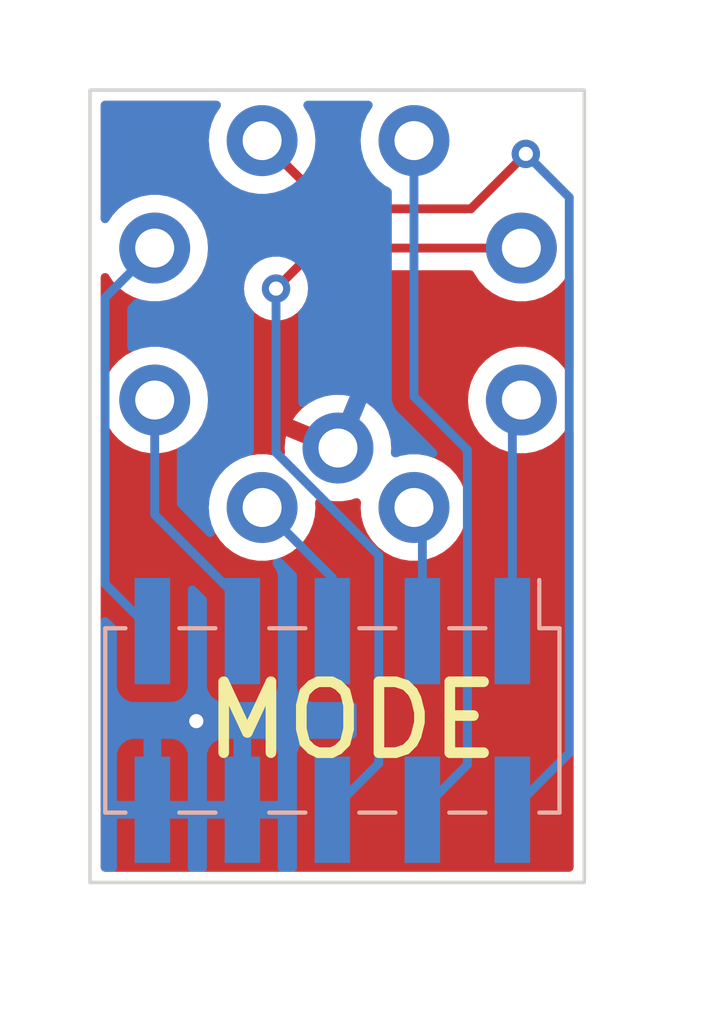
<source format=kicad_pcb>
(kicad_pcb (version 20221018) (generator pcbnew)
  (layers (0 "F.Cu" signal) (31 "B.Cu" signal) (34 "B.Paste" user) (35 "F.Paste" user) (36 "B.SilkS" user "B.Silkscreen") (37 "F.SilkS" user "F.Silkscreen") (38 "B.Mask" user) (39 "F.Mask" user) (44 "Edge.Cuts" user))
  (net 0 "")
  (net 1 "Net-(J1-Pin_1)")
  (net 2 "Net-(J1-Pin_2)")
  (net 3 "Net-(J1-Pin_3)")
  (net 4 "Net-(J1-Pin_4)")
  (net 5 "Net-(J1-Pin_5)")
  (net 6 "Net-(J1-Pin_6)")
  (net 7 "Net-(J1-Pin_7)")
  (net 8 "GND")
  (net 9 "Net-(J1-Pin_9)")
  (footprint "Button_Switch_THT:RS-18" (layer "F.Cu") (at 156.85 80.75 112.5)
    (fp_text reference "SW1" hide)
    (fp_text value "SW_Rotary12")
    (pad "1" thru_hole circle (at -3.96 3.96 112.5) (size 2 2) (drill 1.1) (layers "*.Cu" "*.Mask") (net 1 "Net-(J1-Pin_1)"))
    (pad "2" thru_hole circle (at -5.6 0 112.5) (size 2 2) (drill 1.1) (layers "*.Cu" "*.Mask") (net 3 "Net-(J1-Pin_3)"))
    (pad "3" thru_hole circle (at -3.96 -3.96 112.5) (size 2 2) (drill 1.1) (layers "*.Cu" "*.Mask") (net 5 "Net-(J1-Pin_5)"))
    (pad "4" thru_hole circle (at 0 -5.6 112.5) (size 2 2) (drill 1.1) (layers "*.Cu" "*.Mask") (net 7 "Net-(J1-Pin_7)"))
    (pad "5" thru_hole circle (at 3.96 -3.96 112.5) (size 2 2) (drill 1.1) (layers "*.Cu" "*.Mask") (net 9 "Net-(J1-Pin_9)"))
    (pad "6" thru_hole circle (at 5.6 0 112.5) (size 2 2) (drill 1.1) (layers "*.Cu" "*.Mask") (net 2 "Net-(J1-Pin_2)"))
    (pad "7" thru_hole circle (at 3.96 3.96 112.5) (size 2 2) (drill 1.1) (layers "*.Cu" "*.Mask") (net 4 "Net-(J1-Pin_4)"))
    (pad "8" thru_hole circle (at 0 5.6 112.5) (size 2 2) (drill 1.1) (layers "*.Cu" "*.Mask") (net 6 "Net-(J1-Pin_6)"))
    (pad "C" thru_hole circle (at -3.23 -1.34 112.5) (size 2 2) (drill 1.1) (layers "*.Cu" "*.Mask") (net 8 "GND"))
  )
  (footprint "Connector_PinSocket_2.54mm:PinSocket_2x05_P2.54mm_Vertical_SMD" (layer "B.Cu") (at 156.69 91.93 90)
    (fp_text reference "J1" hide)
    (fp_text value "Conn_02x05_Odd_Even")
    (fp_line (start -2.6 -6.41) (end 2.6 -6.41) (stroke (width 0.12)) (layer "B.SilkS"))
    (fp_line (start -2.6 -5.84) (end -2.6 -6.41) (stroke (width 0.12)) (layer "B.SilkS"))
    (fp_line (start -2.6 -3.3) (end -2.6 -4.32) (stroke (width 0.12)) (layer "B.SilkS"))
    (fp_line (start -2.6 -0.76) (end -2.6 -1.78) (stroke (width 0.12)) (layer "B.SilkS"))
    (fp_line (start -2.6 1.78) (end -2.6 0.76) (stroke (width 0.12)) (layer "B.SilkS"))
    (fp_line (start -2.6 4.32) (end -2.6 3.3) (stroke (width 0.12)) (layer "B.SilkS"))
    (fp_line (start -2.6 6.41) (end -2.6 5.84) (stroke (width 0.12)) (layer "B.SilkS"))
    (fp_line (start -2.6 6.41) (end 2.6 6.41) (stroke (width 0.12)) (layer "B.SilkS"))
    (fp_line (start 2.6 -5.84) (end 2.6 -6.41) (stroke (width 0.12)) (layer "B.SilkS"))
    (fp_line (start 2.6 -3.3) (end 2.6 -4.32) (stroke (width 0.12)) (layer "B.SilkS"))
    (fp_line (start 2.6 -0.76) (end 2.6 -1.78) (stroke (width 0.12)) (layer "B.SilkS"))
    (fp_line (start 2.6 1.78) (end 2.6 0.76) (stroke (width 0.12)) (layer "B.SilkS"))
    (fp_line (start 2.6 4.32) (end 2.6 3.3) (stroke (width 0.12)) (layer "B.SilkS"))
    (fp_line (start 2.6 5.84) (end 3.96 5.84) (stroke (width 0.12)) (layer "B.SilkS"))
    (fp_line (start 2.6 6.41) (end 2.6 5.84) (stroke (width 0.12)) (layer "B.SilkS"))
    (pad "1" smd rect (at 2.52 5.08 90) (size 3 1) (layers "B.Cu" "B.Paste" "B.Mask") (net 1 "Net-(J1-Pin_1)"))
    (pad "2" smd rect (at -2.52 5.08 90) (size 3 1) (layers "B.Cu" "B.Paste" "B.Mask") (net 2 "Net-(J1-Pin_2)"))
    (pad "3" smd rect (at 2.52 2.54 90) (size 3 1) (layers "B.Cu" "B.Paste" "B.Mask") (net 3 "Net-(J1-Pin_3)"))
    (pad "4" smd rect (at -2.52 2.54 90) (size 3 1) (layers "B.Cu" "B.Paste" "B.Mask") (net 4 "Net-(J1-Pin_4)"))
    (pad "5" smd rect (at 2.52 0 90) (size 3 1) (layers "B.Cu" "B.Paste" "B.Mask") (net 5 "Net-(J1-Pin_5)"))
    (pad "6" smd rect (at -2.52 0 90) (size 3 1) (layers "B.Cu" "B.Paste" "B.Mask") (net 6 "Net-(J1-Pin_6)"))
    (pad "7" smd rect (at 2.52 -2.54 90) (size 3 1) (layers "B.Cu" "B.Paste" "B.Mask") (net 7 "Net-(J1-Pin_7)"))
    (pad "8" smd rect (at -2.52 -2.54 90) (size 3 1) (layers "B.Cu" "B.Paste" "B.Mask") (net 8 "GND"))
    (pad "9" smd rect (at 2.52 -5.08 90) (size 3 1) (layers "B.Cu" "B.Paste" "B.Mask") (net 9 "Net-(J1-Pin_9)"))
    (pad "10" smd rect (at -2.52 -5.08 90) (size 3 1) (layers "B.Cu" "B.Paste" "B.Mask") (net 8 "GND"))
  )
  (gr_rect (start 149.85 74.15) (end 163.8 96.5) (stroke (width 0.1)) (fill none) (layer "Edge.Cuts"))
  (gr_text "MODE" (at 152.95 93.1) (layer "F.SilkS") (effects (font (size 2 2) (thickness 0.3)) (justify left bottom)))
  (segment (start 161.77 83.147126) (end 162.023989 82.893137) (width 0.25) (layer "B.Cu") (net 1))
  (segment (start 161.77 89.41) (end 161.77 83.147126) (width 0.25) (layer "B.Cu") (net 1))
  (segment (start 160.6 77.5) (end 156.630698 77.5) (width 0.25) (layer "F.Cu") (net 2))
  (segment (start 156.630698 77.5) (end 154.706973 75.576275) (width 0.25) (layer "F.Cu") (net 2))
  (segment (start 162.15 75.95) (end 160.6 77.5) (width 0.25) (layer "F.Cu") (net 2))
  (via (at 162.15 75.95) (size 0.8) (drill 0.4) (layers "F.Cu" "B.Cu") (net 2))
  (segment (start 163.375 92.845) (end 163.375 77.175) (width 0.25) (layer "B.Cu") (net 2))
  (segment (start 161.77 94.45) (end 163.375 92.845) (width 0.25) (layer "B.Cu") (net 2))
  (segment (start 163.375 77.175) (end 162.15 75.95) (width 0.25) (layer "B.Cu") (net 2))
  (segment (start 159.23 86.160698) (end 158.993027 85.923725) (width 0.25) (layer "B.Cu") (net 3))
  (segment (start 159.23 89.41) (end 159.23 86.160698) (width 0.25) (layer "B.Cu") (net 3))
  (segment (start 160.5 93.18) (end 160.5 84.3) (width 0.25) (layer "B.Cu") (net 4))
  (segment (start 159.23 94.45) (end 160.5 93.18) (width 0.25) (layer "B.Cu") (net 4))
  (segment (start 160.5 84.3) (end 158.993137 82.793137) (width 0.25) (layer "B.Cu") (net 4))
  (segment (start 158.993137 82.793137) (end 158.993137 75.576011) (width 0.25) (layer "B.Cu") (net 4))
  (segment (start 156.69 89.41) (end 156.69 87.907126) (width 0.25) (layer "B.Cu") (net 5))
  (segment (start 156.69 87.907126) (end 154.706863 85.923989) (width 0.25) (layer "B.Cu") (net 5))
  (segment (start 155.1 79.75) (end 156.243027 78.606973) (width 0.25) (layer "F.Cu") (net 6))
  (segment (start 156.243027 78.606973) (end 162.023725 78.606973) (width 0.25) (layer "F.Cu") (net 6))
  (via (at 155.1 79.75) (size 0.8) (drill 0.4) (layers "F.Cu" "B.Cu") (net 6))
  (segment (start 158 87.272691) (end 155.1 84.372691) (width 0.25) (layer "B.Cu") (net 6))
  (segment (start 155.1 84.372691) (end 155.1 79.75) (width 0.25) (layer "B.Cu") (net 6))
  (segment (start 158 88.7) (end 158 87.272691) (width 0.25) (layer "B.Cu") (net 6))
  (segment (start 158 93.14) (end 158 88.7) (width 0.25) (layer "B.Cu") (net 6))
  (segment (start 156.69 94.45) (end 158 93.14) (width 0.25) (layer "B.Cu") (net 6))
  (segment (start 154.15 88.6) (end 151.676275 86.126275) (width 0.25) (layer "B.Cu") (net 7))
  (segment (start 154.15 89.41) (end 154.15 88.6) (width 0.25) (layer "B.Cu") (net 7))
  (segment (start 151.676275 86.126275) (end 151.676275 82.893027) (width 0.25) (layer "B.Cu") (net 7))
  (via (at 152.85 91.95) (size 0.8) (drill 0.4) (layers "F.Cu" "B.Cu") (net 8))
  (segment (start 150.275 88.075) (end 150.275 80.007874) (width 0.25) (layer "B.Cu") (net 9))
  (segment (start 150.275 80.007874) (end 151.676011 78.606863) (width 0.25) (layer "B.Cu") (net 9))
  (segment (start 151.61 89.41) (end 150.275 88.075) (width 0.25) (layer "B.Cu") (net 9))
  (zone (net 8) (net_name "GND") (layers "F&B.Cu") (connect_pads (clearance 0.5)) (min_thickness 0.25) (fill yes (thermal_gap 0.5) (thermal_bridge_width 0.5))
    (polygon (pts (xy 147.31 71.61) (xy 147.31 99.55) (xy 167.63 99.55) (xy 167.63 71.61)))
  )
)
</source>
